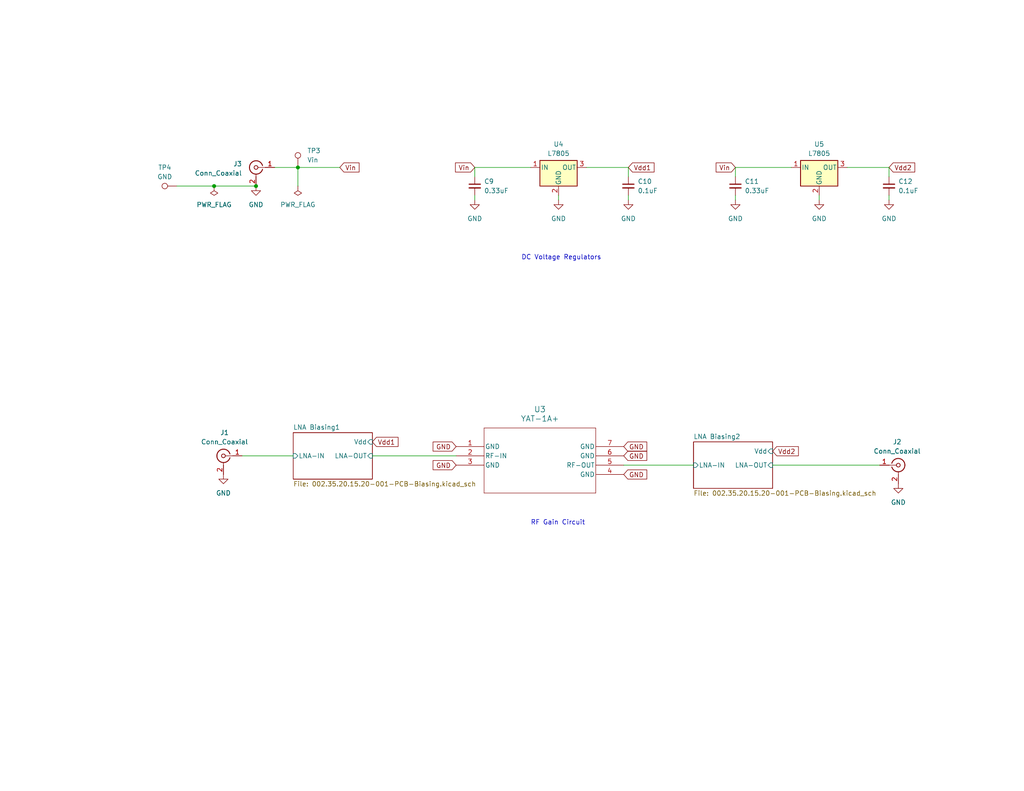
<source format=kicad_sch>
(kicad_sch (version 20230121) (generator eeschema)

  (uuid a33db424-96f2-4015-ba95-8b9f2330ef17)

  (paper "USLetter")

  (title_block
    (title "RF-DFS Gain Circuit")
    (date "2/23/2024")
    (rev "C")
    (company "National Radio Astronomy Observatory")
    (comment 1 "Remy Nguyen")
  )

  (lib_symbols
    (symbol "power:GND" (power) (pin_names (offset 0)) (in_bom yes) (on_board yes)
      (property "Reference" "#PWR" (at 0 -6.35 0)
        (effects (font (size 1.27 1.27)) hide)
      )
      (property "Value" "GND" (at 0 -3.81 0)
        (effects (font (size 1.27 1.27)))
      )
      (property "Footprint" "" (at 0 0 0)
        (effects (font (size 1.27 1.27)) hide)
      )
      (property "Datasheet" "" (at 0 0 0)
        (effects (font (size 1.27 1.27)) hide)
      )
      (property "ki_keywords" "global power" (at 0 0 0)
        (effects (font (size 1.27 1.27)) hide)
      )
      (property "ki_description" "Power symbol creates a global label with name \"GND\" , ground" (at 0 0 0)
        (effects (font (size 1.27 1.27)) hide)
      )
      (symbol "GND_0_1"
        (polyline
          (pts
            (xy 0 0)
            (xy 0 -1.27)
            (xy 1.27 -1.27)
            (xy 0 -2.54)
            (xy -1.27 -1.27)
            (xy 0 -1.27)
          )
          (stroke (width 0) (type default))
          (fill (type none))
        )
      )
      (symbol "GND_1_1"
        (pin power_in line (at 0 0 270) (length 0) hide
          (name "GND" (effects (font (size 1.27 1.27))))
          (number "1" (effects (font (size 1.27 1.27))))
        )
      )
    )
    (symbol "power:PWR_FLAG" (power) (pin_numbers hide) (pin_names (offset 0) hide) (in_bom yes) (on_board yes)
      (property "Reference" "#FLG" (at 0 1.905 0)
        (effects (font (size 1.27 1.27)) hide)
      )
      (property "Value" "PWR_FLAG" (at 0 3.81 0)
        (effects (font (size 1.27 1.27)))
      )
      (property "Footprint" "" (at 0 0 0)
        (effects (font (size 1.27 1.27)) hide)
      )
      (property "Datasheet" "~" (at 0 0 0)
        (effects (font (size 1.27 1.27)) hide)
      )
      (property "ki_keywords" "flag power" (at 0 0 0)
        (effects (font (size 1.27 1.27)) hide)
      )
      (property "ki_description" "Special symbol for telling ERC where power comes from" (at 0 0 0)
        (effects (font (size 1.27 1.27)) hide)
      )
      (symbol "PWR_FLAG_0_0"
        (pin power_out line (at 0 0 90) (length 0)
          (name "pwr" (effects (font (size 1.27 1.27))))
          (number "1" (effects (font (size 1.27 1.27))))
        )
      )
      (symbol "PWR_FLAG_0_1"
        (polyline
          (pts
            (xy 0 0)
            (xy 0 1.27)
            (xy -1.016 1.905)
            (xy 0 2.54)
            (xy 1.016 1.905)
            (xy 0 1.27)
          )
          (stroke (width 0) (type default))
          (fill (type none))
        )
      )
    )
    (symbol "rf-dfs:C_Small" (pin_numbers hide) (pin_names (offset 0.254) hide) (in_bom yes) (on_board yes)
      (property "Reference" "C" (at 0.254 1.778 0)
        (effects (font (size 1.27 1.27)) (justify left))
      )
      (property "Value" "C_Small" (at 0.254 -2.032 0)
        (effects (font (size 1.27 1.27)) (justify left))
      )
      (property "Footprint" "" (at 0 0 0)
        (effects (font (size 1.27 1.27)) hide)
      )
      (property "Datasheet" "~" (at 0 0 0)
        (effects (font (size 1.27 1.27)) hide)
      )
      (property "ki_keywords" "capacitor cap" (at 0 0 0)
        (effects (font (size 1.27 1.27)) hide)
      )
      (property "ki_description" "Unpolarized capacitor, small symbol" (at 0 0 0)
        (effects (font (size 1.27 1.27)) hide)
      )
      (property "ki_fp_filters" "C_*" (at 0 0 0)
        (effects (font (size 1.27 1.27)) hide)
      )
      (symbol "C_Small_0_1"
        (polyline
          (pts
            (xy -1.524 -0.508)
            (xy 1.524 -0.508)
          )
          (stroke (width 0.3302) (type default))
          (fill (type none))
        )
        (polyline
          (pts
            (xy -1.524 0.508)
            (xy 1.524 0.508)
          )
          (stroke (width 0.3048) (type default))
          (fill (type none))
        )
      )
      (symbol "C_Small_1_1"
        (pin passive line (at 0 2.54 270) (length 2.032)
          (name "~" (effects (font (size 1.27 1.27))))
          (number "1" (effects (font (size 1.27 1.27))))
        )
        (pin passive line (at 0 -2.54 90) (length 2.032)
          (name "~" (effects (font (size 1.27 1.27))))
          (number "2" (effects (font (size 1.27 1.27))))
        )
      )
    )
    (symbol "rf-dfs:Conn_Coaxial" (pin_names (offset 1.016) hide) (in_bom yes) (on_board yes)
      (property "Reference" "J" (at 0.254 3.048 0)
        (effects (font (size 1.27 1.27)))
      )
      (property "Value" "Conn_Coaxial" (at 2.921 0 90)
        (effects (font (size 1.27 1.27)))
      )
      (property "Footprint" "" (at 0 0 0)
        (effects (font (size 1.27 1.27)) hide)
      )
      (property "Datasheet" " ~" (at 0 0 0)
        (effects (font (size 1.27 1.27)) hide)
      )
      (property "ki_keywords" "BNC SMA SMB SMC LEMO coaxial connector CINCH RCA" (at 0 0 0)
        (effects (font (size 1.27 1.27)) hide)
      )
      (property "ki_description" "coaxial connector (BNC, SMA, SMB, SMC, Cinch/RCA, LEMO, ...)" (at 0 0 0)
        (effects (font (size 1.27 1.27)) hide)
      )
      (property "ki_fp_filters" "*BNC* *SMA* *SMB* *SMC* *Cinch* *LEMO*" (at 0 0 0)
        (effects (font (size 1.27 1.27)) hide)
      )
      (symbol "Conn_Coaxial_0_1"
        (arc (start -1.778 -0.508) (mid 0.2311 -1.8066) (end 1.778 0)
          (stroke (width 0.254) (type default))
          (fill (type none))
        )
        (polyline
          (pts
            (xy -2.54 0)
            (xy -0.508 0)
          )
          (stroke (width 0) (type default))
          (fill (type none))
        )
        (polyline
          (pts
            (xy 0 -2.54)
            (xy 0 -1.778)
          )
          (stroke (width 0) (type default))
          (fill (type none))
        )
        (circle (center 0 0) (radius 0.508)
          (stroke (width 0.2032) (type default))
          (fill (type none))
        )
        (arc (start 1.778 0) (mid 0.2099 1.8101) (end -1.778 0.508)
          (stroke (width 0.254) (type default))
          (fill (type none))
        )
      )
      (symbol "Conn_Coaxial_1_1"
        (pin passive line (at -5.08 0 0) (length 2.54)
          (name "In" (effects (font (size 1.27 1.27))))
          (number "1" (effects (font (size 1.27 1.27))))
        )
        (pin passive line (at 0 -5.08 90) (length 2.54)
          (name "Ext" (effects (font (size 1.27 1.27))))
          (number "2" (effects (font (size 1.27 1.27))))
        )
      )
    )
    (symbol "rf-dfs:L7805" (pin_names (offset 0.254)) (in_bom yes) (on_board yes)
      (property "Reference" "U" (at -3.81 3.175 0)
        (effects (font (size 1.27 1.27)))
      )
      (property "Value" "L7805" (at 0 3.175 0)
        (effects (font (size 1.27 1.27)) (justify left))
      )
      (property "Footprint" "" (at 0.635 -3.81 0)
        (effects (font (size 1.27 1.27) italic) (justify left) hide)
      )
      (property "Datasheet" "http://www.st.com/content/ccc/resource/technical/document/datasheet/41/4f/b3/b0/12/d4/47/88/CD00000444.pdf/files/CD00000444.pdf/jcr:content/translations/en.CD00000444.pdf" (at 0 -1.27 0)
        (effects (font (size 1.27 1.27)) hide)
      )
      (property "ki_keywords" "Voltage Regulator 1.5A Positive" (at 0 0 0)
        (effects (font (size 1.27 1.27)) hide)
      )
      (property "ki_description" "Positive 1.5A 35V Linear Regulator, Fixed Output 5V, TO-220/TO-263/TO-252" (at 0 0 0)
        (effects (font (size 1.27 1.27)) hide)
      )
      (property "ki_fp_filters" "TO?252* TO?263* TO?220*" (at 0 0 0)
        (effects (font (size 1.27 1.27)) hide)
      )
      (symbol "L7805_0_1"
        (rectangle (start -5.08 1.905) (end 5.08 -5.08)
          (stroke (width 0.254) (type default))
          (fill (type background))
        )
      )
      (symbol "L7805_1_1"
        (pin power_in line (at -7.62 0 0) (length 2.54)
          (name "IN" (effects (font (size 1.27 1.27))))
          (number "1" (effects (font (size 1.27 1.27))))
        )
        (pin power_in line (at 0 -7.62 90) (length 2.54)
          (name "GND" (effects (font (size 1.27 1.27))))
          (number "2" (effects (font (size 1.27 1.27))))
        )
        (pin power_out line (at 7.62 0 180) (length 2.54)
          (name "OUT" (effects (font (size 1.27 1.27))))
          (number "3" (effects (font (size 1.27 1.27))))
        )
      )
    )
    (symbol "rf-dfs:TestPoint" (pin_numbers hide) (pin_names (offset 0.762) hide) (in_bom yes) (on_board yes)
      (property "Reference" "TP" (at 0 6.858 0)
        (effects (font (size 1.27 1.27)))
      )
      (property "Value" "TestPoint" (at 0 5.08 0)
        (effects (font (size 1.27 1.27)))
      )
      (property "Footprint" "" (at 5.08 0 0)
        (effects (font (size 1.27 1.27)) hide)
      )
      (property "Datasheet" "~" (at 5.08 0 0)
        (effects (font (size 1.27 1.27)) hide)
      )
      (property "ki_keywords" "test point tp" (at 0 0 0)
        (effects (font (size 1.27 1.27)) hide)
      )
      (property "ki_description" "test point" (at 0 0 0)
        (effects (font (size 1.27 1.27)) hide)
      )
      (property "ki_fp_filters" "Pin* Test*" (at 0 0 0)
        (effects (font (size 1.27 1.27)) hide)
      )
      (symbol "TestPoint_0_1"
        (circle (center 0 3.302) (radius 0.762)
          (stroke (width 0) (type default))
          (fill (type none))
        )
      )
      (symbol "TestPoint_1_1"
        (pin passive line (at 0 0 90) (length 2.54)
          (name "1" (effects (font (size 1.27 1.27))))
          (number "1" (effects (font (size 1.27 1.27))))
        )
      )
    )
    (symbol "rf-dfs:YAT-1A+" (pin_names (offset 0.254)) (in_bom yes) (on_board yes)
      (property "Reference" "U" (at 22.86 10.16 0)
        (effects (font (size 1.524 1.524)))
      )
      (property "Value" "YAT-1A+" (at 22.86 7.62 0)
        (effects (font (size 1.524 1.524)))
      )
      (property "Footprint" "MC1630_MNC" (at 0 0 0)
        (effects (font (size 1.27 1.27) italic) hide)
      )
      (property "Datasheet" "YAT-1A+" (at 0 0 0)
        (effects (font (size 1.27 1.27) italic) hide)
      )
      (property "ki_locked" "" (at 0 0 0)
        (effects (font (size 1.27 1.27)))
      )
      (property "ki_keywords" "YAT-1A+" (at 0 0 0)
        (effects (font (size 1.27 1.27)) hide)
      )
      (property "ki_fp_filters" "MC1630_MNC MC1630_MNC-M MC1630_MNC-L" (at 0 0 0)
        (effects (font (size 1.27 1.27)) hide)
      )
      (symbol "YAT-1A+_0_1"
        (polyline
          (pts
            (xy 7.62 -12.7)
            (xy 38.1 -12.7)
          )
          (stroke (width 0.127) (type default))
          (fill (type none))
        )
        (polyline
          (pts
            (xy 7.62 5.08)
            (xy 7.62 -12.7)
          )
          (stroke (width 0.127) (type default))
          (fill (type none))
        )
        (polyline
          (pts
            (xy 38.1 -12.7)
            (xy 38.1 5.08)
          )
          (stroke (width 0.127) (type default))
          (fill (type none))
        )
        (polyline
          (pts
            (xy 38.1 5.08)
            (xy 7.62 5.08)
          )
          (stroke (width 0.127) (type default))
          (fill (type none))
        )
        (pin input line (at 0 -2.54 0) (length 7.62)
          (name "RF-IN" (effects (font (size 1.27 1.27))))
          (number "2" (effects (font (size 1.27 1.27))))
        )
        (pin power_in line (at 45.72 -7.62 180) (length 7.62)
          (name "GND" (effects (font (size 1.27 1.27))))
          (number "4" (effects (font (size 1.27 1.27))))
        )
        (pin output line (at 45.72 -5.08 180) (length 7.62)
          (name "RF-OUT" (effects (font (size 1.27 1.27))))
          (number "5" (effects (font (size 1.27 1.27))))
        )
        (pin power_in line (at 45.72 -2.54 180) (length 7.62)
          (name "GND" (effects (font (size 1.27 1.27))))
          (number "6" (effects (font (size 1.27 1.27))))
        )
        (pin power_in line (at 45.72 0 180) (length 7.62)
          (name "GND" (effects (font (size 1.27 1.27))))
          (number "7" (effects (font (size 1.27 1.27))))
        )
      )
      (symbol "YAT-1A+_1_1"
        (pin power_in line (at 0 0 0) (length 7.62)
          (name "GND" (effects (font (size 1.27 1.27))))
          (number "1" (effects (font (size 1.27 1.27))))
        )
        (pin power_in line (at 0 -5.08 0) (length 7.62)
          (name "GND" (effects (font (size 1.27 1.27))))
          (number "3" (effects (font (size 1.27 1.27))))
        )
      )
    )
  )

  (junction (at 69.85 50.8) (diameter 0) (color 0 0 0 0)
    (uuid 0380c58a-2095-4a54-9c7b-59b122c7f20b)
  )
  (junction (at 58.42 50.8) (diameter 0) (color 0 0 0 0)
    (uuid 152015fe-878c-42d4-a279-55aace0a2ba2)
  )
  (junction (at 81.28 45.72) (diameter 0) (color 0 0 0 0)
    (uuid 47ab9c92-b5c3-4b6e-a70f-4986de7ede6d)
  )

  (wire (pts (xy 223.52 53.34) (xy 223.52 54.61))
    (stroke (width 0) (type default))
    (uuid 082ad4d9-3e52-49a6-bf1b-2df442e7a9d5)
  )
  (wire (pts (xy 200.66 48.26) (xy 200.66 45.72))
    (stroke (width 0) (type default))
    (uuid 178f1f8d-758a-43cc-8bf7-f11c85212350)
  )
  (wire (pts (xy 231.14 45.72) (xy 242.57 45.72))
    (stroke (width 0) (type default))
    (uuid 18b47aff-b622-4eac-833e-ca365bec9525)
  )
  (wire (pts (xy 152.4 53.34) (xy 152.4 54.61))
    (stroke (width 0) (type default))
    (uuid 1fb5bea0-edc1-49a6-821c-56e5ab06312d)
  )
  (wire (pts (xy 66.04 124.46) (xy 80.01 124.46))
    (stroke (width 0) (type default))
    (uuid 27ca317d-2b26-43d9-b1ce-3386ea7e9442)
  )
  (wire (pts (xy 129.54 48.26) (xy 129.54 45.72))
    (stroke (width 0) (type default))
    (uuid 4248ef6b-74c7-4f35-ab74-6b426457fdea)
  )
  (wire (pts (xy 200.66 53.34) (xy 200.66 54.61))
    (stroke (width 0) (type default))
    (uuid 59a01430-395e-4e49-9322-bdc5419e15a9)
  )
  (wire (pts (xy 48.26 50.8) (xy 58.42 50.8))
    (stroke (width 0) (type default))
    (uuid 6a05a314-6558-4ca3-8733-4e793a63ca8e)
  )
  (wire (pts (xy 200.66 45.72) (xy 215.9 45.72))
    (stroke (width 0) (type default))
    (uuid 73a31aa3-42ab-4a31-8af4-0c17f490a8e8)
  )
  (wire (pts (xy 81.28 45.72) (xy 92.71 45.72))
    (stroke (width 0) (type default))
    (uuid 7df9ee68-d9fc-4676-b0c2-b3226716bfea)
  )
  (wire (pts (xy 210.82 127) (xy 240.03 127))
    (stroke (width 0) (type default))
    (uuid 8b0d9a77-3b60-45e7-a2fd-979cb9cbec9c)
  )
  (wire (pts (xy 81.28 45.72) (xy 81.28 50.8))
    (stroke (width 0) (type default))
    (uuid 8e99aaf5-f847-4984-8c7c-0cc6d3ce8266)
  )
  (wire (pts (xy 171.45 45.72) (xy 171.45 48.26))
    (stroke (width 0) (type default))
    (uuid 94bf0c38-3eaa-4076-b2d2-f1dcfc071592)
  )
  (wire (pts (xy 242.57 53.34) (xy 242.57 54.61))
    (stroke (width 0) (type default))
    (uuid 95f6de1a-6506-4542-8a34-bf1dbf124f83)
  )
  (wire (pts (xy 74.93 45.72) (xy 81.28 45.72))
    (stroke (width 0) (type default))
    (uuid 9b49dbfa-1d01-4487-9a97-df826b9a9d97)
  )
  (wire (pts (xy 242.57 45.72) (xy 242.57 48.26))
    (stroke (width 0) (type default))
    (uuid 9cf6871b-3a32-4bbd-af2f-4b52f6b80fdc)
  )
  (wire (pts (xy 171.45 53.34) (xy 171.45 54.61))
    (stroke (width 0) (type default))
    (uuid 9ee34b7a-bd7b-44f3-9a36-8f58740a5225)
  )
  (wire (pts (xy 58.42 50.8) (xy 69.85 50.8))
    (stroke (width 0) (type default))
    (uuid b60420b3-9ac3-487e-9b2b-1a7736ab8b19)
  )
  (wire (pts (xy 129.54 53.34) (xy 129.54 54.61))
    (stroke (width 0) (type default))
    (uuid b93b56a7-3e35-4839-8983-72ae2f4774b6)
  )
  (wire (pts (xy 170.18 127) (xy 189.23 127))
    (stroke (width 0) (type default))
    (uuid d2e6934f-7879-4b7e-af43-11a6bbbe0bac)
  )
  (wire (pts (xy 101.6 124.46) (xy 124.46 124.46))
    (stroke (width 0) (type default))
    (uuid eab23a80-cb77-4158-9ff7-c683e6fcc317)
  )
  (wire (pts (xy 160.02 45.72) (xy 171.45 45.72))
    (stroke (width 0) (type default))
    (uuid f0faa57d-f1f6-49ab-8fa7-8ceb0ea4f8a6)
  )
  (wire (pts (xy 129.54 45.72) (xy 144.78 45.72))
    (stroke (width 0) (type default))
    (uuid f3f86275-c038-45fd-a2c3-ecba932d71d5)
  )

  (text "RF Gain Circuit" (at 144.78 143.51 0)
    (effects (font (size 1.27 1.27)) (justify left bottom))
    (uuid e193004c-6ca8-4b05-91b6-76ffad4cf453)
  )
  (text "DC Voltage Regulators" (at 142.24 71.12 0)
    (effects (font (size 1.27 1.27)) (justify left bottom))
    (uuid f840b1d4-282d-4b7f-9c52-ae31074de92b)
  )

  (global_label "GND" (shape input) (at 124.46 127 180) (fields_autoplaced)
    (effects (font (size 1.27 1.27)) (justify right))
    (uuid 01bbb253-b337-4e03-ab53-fec9a875130f)
    (property "Intersheetrefs" "${INTERSHEET_REFS}" (at 117.6837 127 0)
      (effects (font (size 1.27 1.27)) (justify right) hide)
    )
  )
  (global_label "Vdd1" (shape input) (at 171.45 45.72 0) (fields_autoplaced)
    (effects (font (size 1.27 1.27)) (justify left))
    (uuid 0265aa17-8aba-412e-9e42-e4162ff04b44)
    (property "Intersheetrefs" "${INTERSHEET_REFS}" (at 178.9519 45.72 0)
      (effects (font (size 1.27 1.27)) (justify left) hide)
    )
  )
  (global_label "GND" (shape input) (at 170.18 121.92 0) (fields_autoplaced)
    (effects (font (size 1.27 1.27)) (justify left))
    (uuid 0c101212-932f-46a6-9f90-15eefa71f9b6)
    (property "Intersheetrefs" "${INTERSHEET_REFS}" (at 176.9563 121.92 0)
      (effects (font (size 1.27 1.27)) (justify left) hide)
    )
  )
  (global_label "Vdd1" (shape input) (at 101.6 120.65 0) (fields_autoplaced)
    (effects (font (size 1.27 1.27)) (justify left))
    (uuid 0f1fd293-0cde-46d1-a790-d394eac61139)
    (property "Intersheetrefs" "${INTERSHEET_REFS}" (at 109.1019 120.65 0)
      (effects (font (size 1.27 1.27)) (justify left) hide)
    )
  )
  (global_label "Vdd2" (shape input) (at 242.57 45.72 0) (fields_autoplaced)
    (effects (font (size 1.27 1.27)) (justify left))
    (uuid 11738765-3a18-4d4b-a1ed-f502e8669243)
    (property "Intersheetrefs" "${INTERSHEET_REFS}" (at 250.0719 45.72 0)
      (effects (font (size 1.27 1.27)) (justify left) hide)
    )
  )
  (global_label "Vin" (shape input) (at 92.71 45.72 0) (fields_autoplaced)
    (effects (font (size 1.27 1.27)) (justify left))
    (uuid 16f91c9d-b530-438c-aefb-707023750c8a)
    (property "Intersheetrefs" "${INTERSHEET_REFS}" (at 98.4582 45.72 0)
      (effects (font (size 1.27 1.27)) (justify left) hide)
    )
  )
  (global_label "Vin" (shape input) (at 129.54 45.72 180) (fields_autoplaced)
    (effects (font (size 1.27 1.27)) (justify right))
    (uuid 6a7306a7-65fc-477b-a47e-6d91cd8bed1b)
    (property "Intersheetrefs" "${INTERSHEET_REFS}" (at 123.7918 45.72 0)
      (effects (font (size 1.27 1.27)) (justify right) hide)
    )
  )
  (global_label "Vin" (shape input) (at 200.66 45.72 180) (fields_autoplaced)
    (effects (font (size 1.27 1.27)) (justify right))
    (uuid 7e9faa37-7621-4e0e-b526-2208cca0268b)
    (property "Intersheetrefs" "${INTERSHEET_REFS}" (at 194.9118 45.72 0)
      (effects (font (size 1.27 1.27)) (justify right) hide)
    )
  )
  (global_label "Vdd2" (shape input) (at 210.82 123.19 0) (fields_autoplaced)
    (effects (font (size 1.27 1.27)) (justify left))
    (uuid 82eebd30-021d-4879-8d6c-f4576f1a21d6)
    (property "Intersheetrefs" "${INTERSHEET_REFS}" (at 218.3219 123.19 0)
      (effects (font (size 1.27 1.27)) (justify left) hide)
    )
  )
  (global_label "GND" (shape input) (at 170.18 129.54 0) (fields_autoplaced)
    (effects (font (size 1.27 1.27)) (justify left))
    (uuid 897e1767-1142-4a46-8c1c-edc1e77a385a)
    (property "Intersheetrefs" "${INTERSHEET_REFS}" (at 176.9563 129.54 0)
      (effects (font (size 1.27 1.27)) (justify left) hide)
    )
  )
  (global_label "GND" (shape input) (at 124.46 121.92 180) (fields_autoplaced)
    (effects (font (size 1.27 1.27)) (justify right))
    (uuid da8bce43-6ab4-40bf-bd49-f2ac99afb336)
    (property "Intersheetrefs" "${INTERSHEET_REFS}" (at 117.6837 121.92 0)
      (effects (font (size 1.27 1.27)) (justify right) hide)
    )
  )
  (global_label "GND" (shape input) (at 170.18 124.46 0) (fields_autoplaced)
    (effects (font (size 1.27 1.27)) (justify left))
    (uuid df0a4236-4ec4-4bb4-a123-b9f11ecc3abf)
    (property "Intersheetrefs" "${INTERSHEET_REFS}" (at 176.9563 124.46 0)
      (effects (font (size 1.27 1.27)) (justify left) hide)
    )
  )

  (symbol (lib_id "rf-dfs:C_Small") (at 242.57 50.8 0) (unit 1)
    (in_bom yes) (on_board yes) (dnp no) (fields_autoplaced)
    (uuid 0950b816-7c2a-4cd9-95c3-5d4f66aff8e6)
    (property "Reference" "C12" (at 245.11 49.5363 0)
      (effects (font (size 1.27 1.27)) (justify left))
    )
    (property "Value" "0.1uF" (at 245.11 52.0763 0)
      (effects (font (size 1.27 1.27)) (justify left))
    )
    (property "Footprint" "Capacitor_SMD:C_0402_1005Metric" (at 242.57 50.8 0)
      (effects (font (size 1.27 1.27)) hide)
    )
    (property "Datasheet" "~" (at 242.57 50.8 0)
      (effects (font (size 1.27 1.27)) hide)
    )
    (property "Link" "https://www.digikey.com/en/products/detail/murata-electronics/GRM155R71H104KE14D/4906220" (at 242.57 50.8 0)
      (effects (font (size 1.27 1.27)) hide)
    )
    (pin "1" (uuid 9ce6b65f-d9ad-4709-8b54-c5b9952db3a6))
    (pin "2" (uuid 91ce10ca-15e5-423b-97b5-43354827c354))
    (instances
      (project "002.35.20.15.20-001-PCB-LNA"
        (path "/a33db424-96f2-4015-ba95-8b9f2330ef17"
          (reference "C12") (unit 1)
        )
      )
    )
  )

  (symbol (lib_id "rf-dfs:TestPoint") (at 48.26 50.8 90) (unit 1)
    (in_bom yes) (on_board yes) (dnp no) (fields_autoplaced)
    (uuid 19223918-b6f9-4f74-b630-a8e19199728f)
    (property "Reference" "TP4" (at 44.958 45.72 90)
      (effects (font (size 1.27 1.27)))
    )
    (property "Value" "GND" (at 44.958 48.26 90)
      (effects (font (size 1.27 1.27)))
    )
    (property "Footprint" "TestPoint:TestPoint_Loop_D2.54mm_Drill1.5mm_Beaded" (at 48.26 45.72 0)
      (effects (font (size 1.27 1.27)) hide)
    )
    (property "Datasheet" "~" (at 48.26 45.72 0)
      (effects (font (size 1.27 1.27)) hide)
    )
    (property "Link" "https://www.digikey.com/en/products/detail/keystone-electronics/5006/255330" (at 48.26 50.8 0)
      (effects (font (size 1.27 1.27)) hide)
    )
    (pin "1" (uuid 195e01d4-ae32-421f-a901-49cfb8fd2277))
    (instances
      (project "002.35.20.15.20-001-PCB-LNA"
        (path "/a33db424-96f2-4015-ba95-8b9f2330ef17"
          (reference "TP4") (unit 1)
        )
      )
    )
  )

  (symbol (lib_id "power:GND") (at 152.4 54.61 0) (unit 1)
    (in_bom yes) (on_board yes) (dnp no) (fields_autoplaced)
    (uuid 25418ca2-12ad-4087-a872-112bea2aea91)
    (property "Reference" "#PWR09" (at 152.4 60.96 0)
      (effects (font (size 1.27 1.27)) hide)
    )
    (property "Value" "GND" (at 152.4 59.69 0)
      (effects (font (size 1.27 1.27)))
    )
    (property "Footprint" "" (at 152.4 54.61 0)
      (effects (font (size 1.27 1.27)) hide)
    )
    (property "Datasheet" "" (at 152.4 54.61 0)
      (effects (font (size 1.27 1.27)) hide)
    )
    (pin "1" (uuid bb74e97b-42b6-4350-bcac-9022af07127c))
    (instances
      (project "002.35.20.15.20-001-PCB-LNA"
        (path "/a33db424-96f2-4015-ba95-8b9f2330ef17"
          (reference "#PWR09") (unit 1)
        )
      )
    )
  )

  (symbol (lib_id "power:GND") (at 245.11 132.08 0) (mirror y) (unit 1)
    (in_bom yes) (on_board yes) (dnp no)
    (uuid 2a5af20e-8fce-4dbe-9413-66298467fb1f)
    (property "Reference" "#PWR017" (at 245.11 138.43 0)
      (effects (font (size 1.27 1.27)) hide)
    )
    (property "Value" "GND" (at 245.11 137.16 0)
      (effects (font (size 1.27 1.27)))
    )
    (property "Footprint" "" (at 245.11 132.08 0)
      (effects (font (size 1.27 1.27)) hide)
    )
    (property "Datasheet" "" (at 245.11 132.08 0)
      (effects (font (size 1.27 1.27)) hide)
    )
    (pin "1" (uuid 5051c1a0-385a-411d-a244-65f84ba95ed4))
    (instances
      (project "002.35.20.15.20-001-PCB-LNA"
        (path "/a33db424-96f2-4015-ba95-8b9f2330ef17"
          (reference "#PWR017") (unit 1)
        )
      )
    )
  )

  (symbol (lib_id "power:GND") (at 129.54 54.61 0) (unit 1)
    (in_bom yes) (on_board yes) (dnp no) (fields_autoplaced)
    (uuid 2ab1099e-738b-444e-8e00-483c34e51a2b)
    (property "Reference" "#PWR010" (at 129.54 60.96 0)
      (effects (font (size 1.27 1.27)) hide)
    )
    (property "Value" "GND" (at 129.54 59.69 0)
      (effects (font (size 1.27 1.27)))
    )
    (property "Footprint" "" (at 129.54 54.61 0)
      (effects (font (size 1.27 1.27)) hide)
    )
    (property "Datasheet" "" (at 129.54 54.61 0)
      (effects (font (size 1.27 1.27)) hide)
    )
    (pin "1" (uuid 2b287452-6ec8-4888-9405-4de4be29495b))
    (instances
      (project "002.35.20.15.20-001-PCB-LNA"
        (path "/a33db424-96f2-4015-ba95-8b9f2330ef17"
          (reference "#PWR010") (unit 1)
        )
      )
    )
  )

  (symbol (lib_id "rf-dfs:L7805") (at 223.52 45.72 0) (unit 1)
    (in_bom yes) (on_board yes) (dnp no) (fields_autoplaced)
    (uuid 385c5cc5-3ca9-4934-a929-24a93e2376ba)
    (property "Reference" "U5" (at 223.52 39.37 0)
      (effects (font (size 1.27 1.27)))
    )
    (property "Value" "L7805" (at 223.52 41.91 0)
      (effects (font (size 1.27 1.27)))
    )
    (property "Footprint" "Package_TO_SOT_SMD:TO-263-2" (at 224.155 49.53 0)
      (effects (font (size 1.27 1.27) italic) (justify left) hide)
    )
    (property "Datasheet" "http://www.st.com/content/ccc/resource/technical/document/datasheet/41/4f/b3/b0/12/d4/47/88/CD00000444.pdf/files/CD00000444.pdf/jcr:content/translations/en.CD00000444.pdf" (at 223.52 46.99 0)
      (effects (font (size 1.27 1.27)) hide)
    )
    (property "Link" "https://www.digikey.com/en/products/detail/stmicroelectronics/L7805CD2T-TR/585695" (at 223.52 45.72 0)
      (effects (font (size 1.27 1.27)) hide)
    )
    (pin "1" (uuid cf541b30-fbc1-4c38-ac79-fce14b1375fb))
    (pin "2" (uuid 6f7b7a89-df50-4644-8c97-84afefc44935))
    (pin "3" (uuid 56968f74-36f2-4751-a45d-2bd3c2d37ef5))
    (instances
      (project "002.35.20.15.20-001-PCB-LNA"
        (path "/a33db424-96f2-4015-ba95-8b9f2330ef17"
          (reference "U5") (unit 1)
        )
      )
    )
  )

  (symbol (lib_id "rf-dfs:Conn_Coaxial") (at 69.85 45.72 0) (mirror y) (unit 1)
    (in_bom yes) (on_board yes) (dnp no)
    (uuid 42375eed-8c12-46df-b1f9-8b6dbac5fb3e)
    (property "Reference" "J3" (at 66.04 44.7432 0)
      (effects (font (size 1.27 1.27)) (justify left))
    )
    (property "Value" "Conn_Coaxial" (at 66.04 47.2832 0)
      (effects (font (size 1.27 1.27)) (justify left))
    )
    (property "Footprint" "Connector_Coaxial:SMA_Molex_73251-1153_EdgeMount_Horizontal" (at 69.85 45.72 0)
      (effects (font (size 1.27 1.27)) hide)
    )
    (property "Datasheet" " ~" (at 69.85 45.72 0)
      (effects (font (size 1.27 1.27)) hide)
    )
    (property "Link" "https://www.digikey.com/en/products/detail/cinch-connectivity-solutions-johnson/142-0701-841/396573" (at 69.85 45.72 0)
      (effects (font (size 1.27 1.27)) hide)
    )
    (pin "1" (uuid 52c398f2-7aa4-460f-884a-8c08b978542f))
    (pin "2" (uuid 81a00c9e-c973-4db6-94e4-5e927aecf676))
    (instances
      (project "002.35.20.15.20-001-PCB-LNA"
        (path "/a33db424-96f2-4015-ba95-8b9f2330ef17"
          (reference "J3") (unit 1)
        )
      )
    )
  )

  (symbol (lib_id "power:GND") (at 171.45 54.61 0) (unit 1)
    (in_bom yes) (on_board yes) (dnp no) (fields_autoplaced)
    (uuid 4fa5e575-7e2f-4390-bb42-88a3990c3c53)
    (property "Reference" "#PWR011" (at 171.45 60.96 0)
      (effects (font (size 1.27 1.27)) hide)
    )
    (property "Value" "GND" (at 171.45 59.69 0)
      (effects (font (size 1.27 1.27)))
    )
    (property "Footprint" "" (at 171.45 54.61 0)
      (effects (font (size 1.27 1.27)) hide)
    )
    (property "Datasheet" "" (at 171.45 54.61 0)
      (effects (font (size 1.27 1.27)) hide)
    )
    (pin "1" (uuid 97685d80-715c-4ff9-8a8d-519542394782))
    (instances
      (project "002.35.20.15.20-001-PCB-LNA"
        (path "/a33db424-96f2-4015-ba95-8b9f2330ef17"
          (reference "#PWR011") (unit 1)
        )
      )
    )
  )

  (symbol (lib_id "power:GND") (at 223.52 54.61 0) (unit 1)
    (in_bom yes) (on_board yes) (dnp no) (fields_autoplaced)
    (uuid 56eda550-8741-4b78-aa63-d6923b7cf3b1)
    (property "Reference" "#PWR013" (at 223.52 60.96 0)
      (effects (font (size 1.27 1.27)) hide)
    )
    (property "Value" "GND" (at 223.52 59.69 0)
      (effects (font (size 1.27 1.27)))
    )
    (property "Footprint" "" (at 223.52 54.61 0)
      (effects (font (size 1.27 1.27)) hide)
    )
    (property "Datasheet" "" (at 223.52 54.61 0)
      (effects (font (size 1.27 1.27)) hide)
    )
    (pin "1" (uuid 29a3cb01-c4b0-4382-baa6-4c911f4c0595))
    (instances
      (project "002.35.20.15.20-001-PCB-LNA"
        (path "/a33db424-96f2-4015-ba95-8b9f2330ef17"
          (reference "#PWR013") (unit 1)
        )
      )
    )
  )

  (symbol (lib_id "rf-dfs:L7805") (at 152.4 45.72 0) (unit 1)
    (in_bom yes) (on_board yes) (dnp no) (fields_autoplaced)
    (uuid 5b5acfc9-9dcb-412c-899a-e9abf67e612c)
    (property "Reference" "U4" (at 152.4 39.37 0)
      (effects (font (size 1.27 1.27)))
    )
    (property "Value" "L7805" (at 152.4 41.91 0)
      (effects (font (size 1.27 1.27)))
    )
    (property "Footprint" "Package_TO_SOT_SMD:TO-263-2" (at 153.035 49.53 0)
      (effects (font (size 1.27 1.27) italic) (justify left) hide)
    )
    (property "Datasheet" "http://www.st.com/content/ccc/resource/technical/document/datasheet/41/4f/b3/b0/12/d4/47/88/CD00000444.pdf/files/CD00000444.pdf/jcr:content/translations/en.CD00000444.pdf" (at 152.4 46.99 0)
      (effects (font (size 1.27 1.27)) hide)
    )
    (property "Link" "https://www.digikey.com/en/products/detail/stmicroelectronics/L7805CD2T-TR/585695" (at 152.4 45.72 0)
      (effects (font (size 1.27 1.27)) hide)
    )
    (pin "1" (uuid fd40c295-2464-4f8a-864a-1322416128be))
    (pin "2" (uuid 13529d1f-36b0-4b29-a4a9-fc051cac5462))
    (pin "3" (uuid 2ac72802-1490-4be5-ae1f-7e8c3fa146d9))
    (instances
      (project "002.35.20.15.20-001-PCB-LNA"
        (path "/a33db424-96f2-4015-ba95-8b9f2330ef17"
          (reference "U4") (unit 1)
        )
      )
    )
  )

  (symbol (lib_id "rf-dfs:C_Small") (at 200.66 50.8 0) (unit 1)
    (in_bom yes) (on_board yes) (dnp no) (fields_autoplaced)
    (uuid 5ed17ff4-c193-4d10-8a71-a670194b5337)
    (property "Reference" "C11" (at 203.2 49.5363 0)
      (effects (font (size 1.27 1.27)) (justify left))
    )
    (property "Value" "0.33uF" (at 203.2 52.0763 0)
      (effects (font (size 1.27 1.27)) (justify left))
    )
    (property "Footprint" "Capacitor_SMD:C_0402_1005Metric" (at 200.66 50.8 0)
      (effects (font (size 1.27 1.27)) hide)
    )
    (property "Datasheet" "~" (at 200.66 50.8 0)
      (effects (font (size 1.27 1.27)) hide)
    )
    (property "Link" "https://www.digikey.com/en/products/detail/murata-electronics/GRM155R61H334KE01J/19115579" (at 200.66 50.8 0)
      (effects (font (size 1.27 1.27)) hide)
    )
    (pin "1" (uuid a736b71a-5806-40c3-a7d9-9e9917edfa02))
    (pin "2" (uuid 34cddf5f-9ade-447f-bd7e-d7b6cd145751))
    (instances
      (project "002.35.20.15.20-001-PCB-LNA"
        (path "/a33db424-96f2-4015-ba95-8b9f2330ef17"
          (reference "C11") (unit 1)
        )
      )
    )
  )

  (symbol (lib_id "rf-dfs:C_Small") (at 171.45 50.8 0) (unit 1)
    (in_bom yes) (on_board yes) (dnp no) (fields_autoplaced)
    (uuid 893a8c94-cb64-41e2-adc6-54575ccddec4)
    (property "Reference" "C10" (at 173.99 49.5363 0)
      (effects (font (size 1.27 1.27)) (justify left))
    )
    (property "Value" "0.1uF" (at 173.99 52.0763 0)
      (effects (font (size 1.27 1.27)) (justify left))
    )
    (property "Footprint" "Capacitor_SMD:C_0402_1005Metric" (at 171.45 50.8 0)
      (effects (font (size 1.27 1.27)) hide)
    )
    (property "Datasheet" "~" (at 171.45 50.8 0)
      (effects (font (size 1.27 1.27)) hide)
    )
    (property "Link" "https://www.digikey.com/en/products/detail/murata-electronics/GRM155R71H104KE14D/4906220" (at 171.45 50.8 0)
      (effects (font (size 1.27 1.27)) hide)
    )
    (pin "1" (uuid 6c885dd5-1cf4-4fae-875e-d7a15fe9e887))
    (pin "2" (uuid cb6e0eee-afe7-4f35-aee1-df237d138e9b))
    (instances
      (project "002.35.20.15.20-001-PCB-LNA"
        (path "/a33db424-96f2-4015-ba95-8b9f2330ef17"
          (reference "C10") (unit 1)
        )
      )
    )
  )

  (symbol (lib_id "power:GND") (at 69.85 50.8 0) (unit 1)
    (in_bom yes) (on_board yes) (dnp no) (fields_autoplaced)
    (uuid 8d0a2c1b-2047-4b74-8d46-b13eedd4d83f)
    (property "Reference" "#PWR015" (at 69.85 57.15 0)
      (effects (font (size 1.27 1.27)) hide)
    )
    (property "Value" "GND" (at 69.85 55.88 0)
      (effects (font (size 1.27 1.27)))
    )
    (property "Footprint" "" (at 69.85 50.8 0)
      (effects (font (size 1.27 1.27)) hide)
    )
    (property "Datasheet" "" (at 69.85 50.8 0)
      (effects (font (size 1.27 1.27)) hide)
    )
    (pin "1" (uuid 1ec28cc2-ad0c-4a96-8797-85713b63fd5a))
    (instances
      (project "002.35.20.15.20-001-PCB-LNA"
        (path "/a33db424-96f2-4015-ba95-8b9f2330ef17"
          (reference "#PWR015") (unit 1)
        )
      )
    )
  )

  (symbol (lib_id "rf-dfs:C_Small") (at 129.54 50.8 0) (unit 1)
    (in_bom yes) (on_board yes) (dnp no) (fields_autoplaced)
    (uuid 8dda6506-2d9b-458e-8198-1827b03f43c0)
    (property "Reference" "C9" (at 132.08 49.5363 0)
      (effects (font (size 1.27 1.27)) (justify left))
    )
    (property "Value" "0.33uF" (at 132.08 52.0763 0)
      (effects (font (size 1.27 1.27)) (justify left))
    )
    (property "Footprint" "Capacitor_SMD:C_0402_1005Metric" (at 129.54 50.8 0)
      (effects (font (size 1.27 1.27)) hide)
    )
    (property "Datasheet" "~" (at 129.54 50.8 0)
      (effects (font (size 1.27 1.27)) hide)
    )
    (property "Link" "https://www.digikey.com/en/products/detail/murata-electronics/GRM155R61H334KE01J/19115579" (at 129.54 50.8 0)
      (effects (font (size 1.27 1.27)) hide)
    )
    (pin "1" (uuid c7f9cf62-3488-4f0b-924c-42af7f9e1ffc))
    (pin "2" (uuid 0441ed22-b8b3-453f-bef9-1b3f172cf0b1))
    (instances
      (project "002.35.20.15.20-001-PCB-LNA"
        (path "/a33db424-96f2-4015-ba95-8b9f2330ef17"
          (reference "C9") (unit 1)
        )
      )
    )
  )

  (symbol (lib_id "rf-dfs:YAT-1A+") (at 124.46 121.92 0) (unit 1)
    (in_bom yes) (on_board yes) (dnp no) (fields_autoplaced)
    (uuid a3967526-2108-4e4f-9662-8b458a8cb249)
    (property "Reference" "U3" (at 147.32 111.76 0)
      (effects (font (size 1.524 1.524)))
    )
    (property "Value" "YAT-1A+" (at 147.32 114.3 0)
      (effects (font (size 1.524 1.524)))
    )
    (property "Footprint" "Imports:MC1630_MNC" (at 124.46 121.92 0)
      (effects (font (size 1.27 1.27) italic) hide)
    )
    (property "Datasheet" "YAT-1A+" (at 124.46 121.92 0)
      (effects (font (size 1.27 1.27) italic) hide)
    )
    (property "Link" "https://www.minicircuits.com/WebStore/dashboard.html?model=YAT-1A%2B" (at 124.46 121.92 0)
      (effects (font (size 1.27 1.27)) hide)
    )
    (pin "2" (uuid adbb1f20-3589-474d-a205-cd1f16095e1f))
    (pin "4" (uuid a828f0ea-95ff-4944-901d-125f74145675))
    (pin "5" (uuid c2fa486f-fcd3-4d15-a927-3a8b0bf0bdd4))
    (pin "6" (uuid 076417ff-63dc-47a7-a162-c01b7ef68406))
    (pin "7" (uuid 6f85b32e-4d49-4eb6-8adc-c7f90d15a77a))
    (pin "1" (uuid 5c15be07-5d2a-40fd-b079-8aa07b7f0f5f))
    (pin "3" (uuid 38e63e2e-6e44-4afa-9b19-c3a9e104f90b))
    (instances
      (project "002.35.20.15.20-001-PCB-LNA"
        (path "/a33db424-96f2-4015-ba95-8b9f2330ef17"
          (reference "U3") (unit 1)
        )
      )
    )
  )

  (symbol (lib_id "power:GND") (at 242.57 54.61 0) (unit 1)
    (in_bom yes) (on_board yes) (dnp no) (fields_autoplaced)
    (uuid a4457bf5-3e71-493c-ac38-5fc5000f56da)
    (property "Reference" "#PWR014" (at 242.57 60.96 0)
      (effects (font (size 1.27 1.27)) hide)
    )
    (property "Value" "GND" (at 242.57 59.69 0)
      (effects (font (size 1.27 1.27)))
    )
    (property "Footprint" "" (at 242.57 54.61 0)
      (effects (font (size 1.27 1.27)) hide)
    )
    (property "Datasheet" "" (at 242.57 54.61 0)
      (effects (font (size 1.27 1.27)) hide)
    )
    (pin "1" (uuid b7bf8abf-c6ea-433a-be93-e3cd8813dfc7))
    (instances
      (project "002.35.20.15.20-001-PCB-LNA"
        (path "/a33db424-96f2-4015-ba95-8b9f2330ef17"
          (reference "#PWR014") (unit 1)
        )
      )
    )
  )

  (symbol (lib_id "rf-dfs:Conn_Coaxial") (at 60.96 124.46 0) (mirror y) (unit 1)
    (in_bom yes) (on_board yes) (dnp no) (fields_autoplaced)
    (uuid b38f1a66-8fbf-43e5-bdb4-bda2b7e04843)
    (property "Reference" "J1" (at 61.2774 118.11 0)
      (effects (font (size 1.27 1.27)))
    )
    (property "Value" "Conn_Coaxial" (at 61.2774 120.65 0)
      (effects (font (size 1.27 1.27)))
    )
    (property "Footprint" "Connector_Coaxial:SMA_Molex_73251-1153_EdgeMount_Horizontal" (at 60.96 124.46 0)
      (effects (font (size 1.27 1.27)) hide)
    )
    (property "Datasheet" " ~" (at 60.96 124.46 0)
      (effects (font (size 1.27 1.27)) hide)
    )
    (property "Link" "https://www.digikey.com/en/products/detail/cinch-connectivity-solutions-johnson/142-0701-841/396573" (at 60.96 124.46 0)
      (effects (font (size 1.27 1.27)) hide)
    )
    (pin "1" (uuid 77ac9b13-32d9-4fe8-aee0-16a3f1780346))
    (pin "2" (uuid d99fe477-755b-4afe-9901-0e25fe354b2f))
    (instances
      (project "002.35.20.15.20-001-PCB-LNA"
        (path "/a33db424-96f2-4015-ba95-8b9f2330ef17"
          (reference "J1") (unit 1)
        )
      )
    )
  )

  (symbol (lib_id "rf-dfs:Conn_Coaxial") (at 245.11 127 0) (unit 1)
    (in_bom yes) (on_board yes) (dnp no) (fields_autoplaced)
    (uuid b6facd0e-d4ed-4ba6-ad32-88cd8642a394)
    (property "Reference" "J2" (at 244.7926 120.65 0)
      (effects (font (size 1.27 1.27)))
    )
    (property "Value" "Conn_Coaxial" (at 244.7926 123.19 0)
      (effects (font (size 1.27 1.27)))
    )
    (property "Footprint" "Connector_Coaxial:SMA_Molex_73251-1153_EdgeMount_Horizontal" (at 245.11 127 0)
      (effects (font (size 1.27 1.27)) hide)
    )
    (property "Datasheet" " ~" (at 245.11 127 0)
      (effects (font (size 1.27 1.27)) hide)
    )
    (property "Link" "https://www.digikey.com/en/products/detail/cinch-connectivity-solutions-johnson/142-0701-841/396573" (at 245.11 127 0)
      (effects (font (size 1.27 1.27)) hide)
    )
    (pin "1" (uuid b3517c04-73db-43be-bf8c-03b217619f38))
    (pin "2" (uuid f8f196a5-c436-4e70-9bd7-adefd1314115))
    (instances
      (project "002.35.20.15.20-001-PCB-LNA"
        (path "/a33db424-96f2-4015-ba95-8b9f2330ef17"
          (reference "J2") (unit 1)
        )
      )
    )
  )

  (symbol (lib_id "rf-dfs:TestPoint") (at 81.28 45.72 0) (unit 1)
    (in_bom yes) (on_board yes) (dnp no) (fields_autoplaced)
    (uuid cfc7e9ab-9050-4458-8531-99f5474da8b0)
    (property "Reference" "TP3" (at 83.82 41.148 0)
      (effects (font (size 1.27 1.27)) (justify left))
    )
    (property "Value" "Vin" (at 83.82 43.688 0)
      (effects (font (size 1.27 1.27)) (justify left))
    )
    (property "Footprint" "TestPoint:TestPoint_Loop_D2.54mm_Drill1.5mm_Beaded" (at 86.36 45.72 0)
      (effects (font (size 1.27 1.27)) hide)
    )
    (property "Datasheet" "~" (at 86.36 45.72 0)
      (effects (font (size 1.27 1.27)) hide)
    )
    (property "Link" "https://www.digikey.com/en/products/detail/keystone-electronics/5005/255329" (at 81.28 45.72 0)
      (effects (font (size 1.27 1.27)) hide)
    )
    (pin "1" (uuid 85e5771d-cc5d-48b3-b938-eeb39a1d5319))
    (instances
      (project "002.35.20.15.20-001-PCB-LNA"
        (path "/a33db424-96f2-4015-ba95-8b9f2330ef17"
          (reference "TP3") (unit 1)
        )
      )
    )
  )

  (symbol (lib_id "power:PWR_FLAG") (at 81.28 50.8 180) (unit 1)
    (in_bom yes) (on_board yes) (dnp no) (fields_autoplaced)
    (uuid ed9a4215-84fb-4880-b31a-ef989554eee2)
    (property "Reference" "#FLG01" (at 81.28 52.705 0)
      (effects (font (size 1.27 1.27)) hide)
    )
    (property "Value" "PWR_FLAG" (at 81.28 55.88 0)
      (effects (font (size 1.27 1.27)))
    )
    (property "Footprint" "" (at 81.28 50.8 0)
      (effects (font (size 1.27 1.27)) hide)
    )
    (property "Datasheet" "~" (at 81.28 50.8 0)
      (effects (font (size 1.27 1.27)) hide)
    )
    (pin "1" (uuid db33046e-ed2d-4420-aeb4-4861757af213))
    (instances
      (project "002.35.20.15.20-001-PCB-LNA"
        (path "/a33db424-96f2-4015-ba95-8b9f2330ef17"
          (reference "#FLG01") (unit 1)
        )
      )
    )
  )

  (symbol (lib_id "power:PWR_FLAG") (at 58.42 50.8 180) (unit 1)
    (in_bom yes) (on_board yes) (dnp no) (fields_autoplaced)
    (uuid eddd34dc-f5e7-4e57-b2f7-4ad748ac6998)
    (property "Reference" "#FLG02" (at 58.42 52.705 0)
      (effects (font (size 1.27 1.27)) hide)
    )
    (property "Value" "PWR_FLAG" (at 58.42 55.88 0)
      (effects (font (size 1.27 1.27)))
    )
    (property "Footprint" "" (at 58.42 50.8 0)
      (effects (font (size 1.27 1.27)) hide)
    )
    (property "Datasheet" "~" (at 58.42 50.8 0)
      (effects (font (size 1.27 1.27)) hide)
    )
    (pin "1" (uuid d0be5208-92ae-4539-b05b-5152e7521ec0))
    (instances
      (project "002.35.20.15.20-001-PCB-LNA"
        (path "/a33db424-96f2-4015-ba95-8b9f2330ef17"
          (reference "#FLG02") (unit 1)
        )
      )
    )
  )

  (symbol (lib_id "power:GND") (at 200.66 54.61 0) (unit 1)
    (in_bom yes) (on_board yes) (dnp no) (fields_autoplaced)
    (uuid f98d51aa-82b9-4ac7-befa-3bf9f443b466)
    (property "Reference" "#PWR012" (at 200.66 60.96 0)
      (effects (font (size 1.27 1.27)) hide)
    )
    (property "Value" "GND" (at 200.66 59.69 0)
      (effects (font (size 1.27 1.27)))
    )
    (property "Footprint" "" (at 200.66 54.61 0)
      (effects (font (size 1.27 1.27)) hide)
    )
    (property "Datasheet" "" (at 200.66 54.61 0)
      (effects (font (size 1.27 1.27)) hide)
    )
    (pin "1" (uuid d7068ffa-e8e2-4aa6-89a7-55d561c727b1))
    (instances
      (project "002.35.20.15.20-001-PCB-LNA"
        (path "/a33db424-96f2-4015-ba95-8b9f2330ef17"
          (reference "#PWR012") (unit 1)
        )
      )
    )
  )

  (symbol (lib_id "power:GND") (at 60.96 129.54 0) (unit 1)
    (in_bom yes) (on_board yes) (dnp no) (fields_autoplaced)
    (uuid fec9e541-0453-4219-8f12-1c2de4a3d78f)
    (property "Reference" "#PWR04" (at 60.96 135.89 0)
      (effects (font (size 1.27 1.27)) hide)
    )
    (property "Value" "GND" (at 60.96 134.62 0)
      (effects (font (size 1.27 1.27)))
    )
    (property "Footprint" "" (at 60.96 129.54 0)
      (effects (font (size 1.27 1.27)) hide)
    )
    (property "Datasheet" "" (at 60.96 129.54 0)
      (effects (font (size 1.27 1.27)) hide)
    )
    (pin "1" (uuid e8bd86e9-c35f-4a0a-843b-ff0231ea7700))
    (instances
      (project "002.35.20.15.20-001-PCB-LNA"
        (path "/a33db424-96f2-4015-ba95-8b9f2330ef17"
          (reference "#PWR04") (unit 1)
        )
      )
    )
  )

  (sheet (at 80.01 118.11) (size 21.59 12.7) (fields_autoplaced)
    (stroke (width 0.1524) (type solid))
    (fill (color 0 0 0 0.0000))
    (uuid 9ff85c99-1040-4eb9-b5d8-3cc01caa0e77)
    (property "Sheetname" "LNA Biasing1" (at 80.01 117.3984 0)
      (effects (font (size 1.27 1.27)) (justify left bottom))
    )
    (property "Sheetfile" "002.35.20.15.20-001-PCB-Biasing.kicad_sch" (at 80.01 131.3946 0)
      (effects (font (size 1.27 1.27)) (justify left top))
    )
    (pin "LNA-OUT" input (at 101.6 124.46 0)
      (effects (font (size 1.27 1.27)) (justify right))
      (uuid 67510a1f-140b-4471-84ff-1e7f574a5fd7)
    )
    (pin "LNA-IN" input (at 80.01 124.46 180)
      (effects (font (size 1.27 1.27)) (justify left))
      (uuid c7ade848-d20e-486d-850b-d3f7d314fa93)
    )
    (pin "Vdd" input (at 101.6 120.65 0)
      (effects (font (size 1.27 1.27)) (justify right))
      (uuid a2ab7273-d4f7-478c-8bf0-57c4c9e3248f)
    )
    (instances
      (project "002.35.20.15.20-001-PCB-LNA"
        (path "/a33db424-96f2-4015-ba95-8b9f2330ef17" (page "2"))
      )
    )
  )

  (sheet (at 189.23 120.65) (size 21.59 12.7) (fields_autoplaced)
    (stroke (width 0.1524) (type solid))
    (fill (color 0 0 0 0.0000))
    (uuid ba672304-1315-4178-9e1d-d553703e5b04)
    (property "Sheetname" "LNA Biasing2" (at 189.23 119.9384 0)
      (effects (font (size 1.27 1.27)) (justify left bottom))
    )
    (property "Sheetfile" "002.35.20.15.20-001-PCB-Biasing.kicad_sch" (at 189.23 133.9346 0)
      (effects (font (size 1.27 1.27)) (justify left top))
    )
    (pin "LNA-OUT" input (at 210.82 127 0)
      (effects (font (size 1.27 1.27)) (justify right))
      (uuid 16ae53c1-783d-4be2-ade7-c106f5656ef8)
    )
    (pin "LNA-IN" input (at 189.23 127 180)
      (effects (font (size 1.27 1.27)) (justify left))
      (uuid 25da0757-514d-413b-a882-7bf0547b81ae)
    )
    (pin "Vdd" input (at 210.82 123.19 0)
      (effects (font (size 1.27 1.27)) (justify right))
      (uuid 9020fba7-b8d1-4af4-a742-210dc65b198c)
    )
    (instances
      (project "002.35.20.15.20-001-PCB-LNA"
        (path "/a33db424-96f2-4015-ba95-8b9f2330ef17" (page "3"))
      )
    )
  )

  (sheet_instances
    (path "/" (page "1"))
  )
)

</source>
